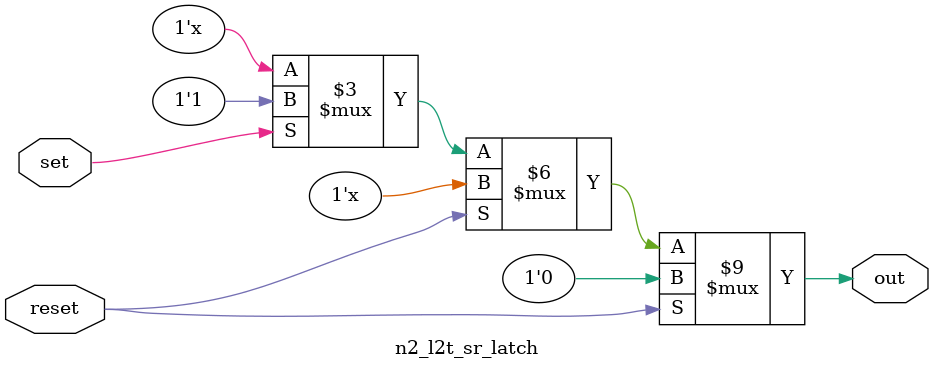
<source format=v>
module n2_l2t_sr_latch (
  set, 
  reset, 
  out) ;


	input  		set;
	input  		reset;
	output 		out;

	reg 		out;

	always @(set or reset)
		begin
			if (reset) 	out=1'b0;
			else if (set)	out=1'b1;
		end
endmodule // n2_l2t_sr_latch	


</source>
